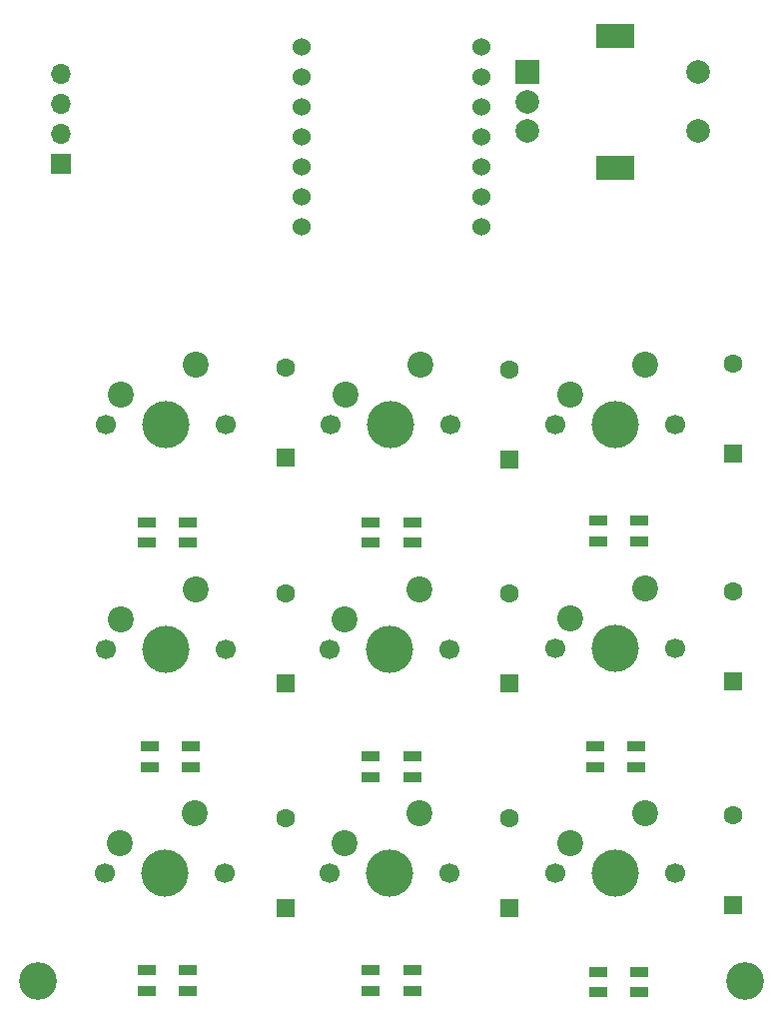
<source format=gbr>
%TF.GenerationSoftware,KiCad,Pcbnew,9.0.7*%
%TF.CreationDate,2026-02-07T03:47:48-05:00*%
%TF.ProjectId,Keypad,4b657970-6164-42e6-9b69-6361645f7063,rev?*%
%TF.SameCoordinates,Original*%
%TF.FileFunction,Soldermask,Top*%
%TF.FilePolarity,Negative*%
%FSLAX46Y46*%
G04 Gerber Fmt 4.6, Leading zero omitted, Abs format (unit mm)*
G04 Created by KiCad (PCBNEW 9.0.7) date 2026-02-07 03:47:48*
%MOMM*%
%LPD*%
G01*
G04 APERTURE LIST*
G04 Aperture macros list*
%AMRoundRect*
0 Rectangle with rounded corners*
0 $1 Rounding radius*
0 $2 $3 $4 $5 $6 $7 $8 $9 X,Y pos of 4 corners*
0 Add a 4 corners polygon primitive as box body*
4,1,4,$2,$3,$4,$5,$6,$7,$8,$9,$2,$3,0*
0 Add four circle primitives for the rounded corners*
1,1,$1+$1,$2,$3*
1,1,$1+$1,$4,$5*
1,1,$1+$1,$6,$7*
1,1,$1+$1,$8,$9*
0 Add four rect primitives between the rounded corners*
20,1,$1+$1,$2,$3,$4,$5,0*
20,1,$1+$1,$4,$5,$6,$7,0*
20,1,$1+$1,$6,$7,$8,$9,0*
20,1,$1+$1,$8,$9,$2,$3,0*%
G04 Aperture macros list end*
%ADD10C,1.700000*%
%ADD11C,4.000000*%
%ADD12C,2.200000*%
%ADD13C,3.200000*%
%ADD14R,1.600000X0.850000*%
%ADD15R,2.000000X2.000000*%
%ADD16C,2.000000*%
%ADD17R,3.200000X2.000000*%
%ADD18RoundRect,0.250000X0.550000X-0.550000X0.550000X0.550000X-0.550000X0.550000X-0.550000X-0.550000X0*%
%ADD19C,1.600000*%
%ADD20R,1.700000X1.700000*%
%ADD21O,1.700000X1.700000*%
%ADD22C,1.524000*%
G04 APERTURE END LIST*
D10*
%TO.C,SW5*%
X140780000Y-101880000D03*
D11*
X145860000Y-101880000D03*
D10*
X150940000Y-101880000D03*
D12*
X148400000Y-96800000D03*
X142050000Y-99340000D03*
%TD*%
D13*
%TO.C,REF\u002A\u002A*%
X116000000Y-130000000D03*
%TD*%
D14*
%TO.C,LED9*%
X167000000Y-131000000D03*
X167000000Y-129250000D03*
X163500000Y-129250000D03*
X163500000Y-131000000D03*
%TD*%
D10*
%TO.C,SW4*%
X140850000Y-82840000D03*
D11*
X145930000Y-82840000D03*
D10*
X151010000Y-82840000D03*
D12*
X148470000Y-77760000D03*
X142120000Y-80300000D03*
%TD*%
D14*
%TO.C,LED2*%
X129000000Y-111875000D03*
X129000000Y-110125000D03*
X125500000Y-110125000D03*
X125500000Y-111875000D03*
%TD*%
D10*
%TO.C,SW3*%
X121750000Y-120910000D03*
D11*
X126830000Y-120910000D03*
D10*
X131910000Y-120910000D03*
D12*
X129370000Y-115830000D03*
X123020000Y-118370000D03*
%TD*%
D14*
%TO.C,LED4*%
X144250000Y-129125000D03*
X144250000Y-130875000D03*
X147750000Y-130875000D03*
X147750000Y-129125000D03*
%TD*%
%TO.C,LED6*%
X144250000Y-91125000D03*
X144250000Y-92875000D03*
X147750000Y-92875000D03*
X147750000Y-91125000D03*
%TD*%
D15*
%TO.C,SW0*%
X157500000Y-53000000D03*
D16*
X157500000Y-58000000D03*
X157500000Y-55500000D03*
D17*
X165000000Y-49900000D03*
X165000000Y-61100000D03*
D16*
X172000000Y-58000000D03*
X172000000Y-53000000D03*
%TD*%
D18*
%TO.C,D3*%
X137000000Y-123810000D03*
D19*
X137000000Y-116190000D03*
%TD*%
D10*
%TO.C,SW1*%
X121760000Y-82840000D03*
D11*
X126840000Y-82840000D03*
D10*
X131920000Y-82840000D03*
D12*
X129380000Y-77760000D03*
X123030000Y-80300000D03*
%TD*%
D18*
%TO.C,D9*%
X175000000Y-123620000D03*
D19*
X175000000Y-116000000D03*
%TD*%
D18*
%TO.C,D1*%
X137000000Y-85620000D03*
D19*
X137000000Y-78000000D03*
%TD*%
D18*
%TO.C,D5*%
X156000000Y-104810000D03*
D19*
X156000000Y-97190000D03*
%TD*%
D14*
%TO.C,LED3*%
X128750000Y-130875000D03*
X128750000Y-129125000D03*
X125250000Y-129125000D03*
X125250000Y-130875000D03*
%TD*%
D18*
%TO.C,D8*%
X175000000Y-104620000D03*
D19*
X175000000Y-97000000D03*
%TD*%
D10*
%TO.C,SW9*%
X159930000Y-120910000D03*
D11*
X165010000Y-120910000D03*
D10*
X170090000Y-120910000D03*
D12*
X167550000Y-115830000D03*
X161200000Y-118370000D03*
%TD*%
D20*
%TO.C,O1*%
X118000000Y-60810000D03*
D21*
X118000000Y-58270000D03*
X118000000Y-55730000D03*
X118000000Y-53190000D03*
%TD*%
D14*
%TO.C,LED1*%
X128750000Y-92875000D03*
X128750000Y-91125000D03*
X125250000Y-91125000D03*
X125250000Y-92875000D03*
%TD*%
D10*
%TO.C,SW8*%
X159900000Y-101870000D03*
D11*
X164980000Y-101870000D03*
D10*
X170060000Y-101870000D03*
D12*
X167520000Y-96790000D03*
X161170000Y-99330000D03*
%TD*%
D18*
%TO.C,D2*%
X137000000Y-104810000D03*
D19*
X137000000Y-97190000D03*
%TD*%
D14*
%TO.C,LED8*%
X166750000Y-111875000D03*
X166750000Y-110125000D03*
X163250000Y-110125000D03*
X163250000Y-111875000D03*
%TD*%
D18*
%TO.C,D7*%
X175000000Y-85300000D03*
D19*
X175000000Y-77680000D03*
%TD*%
D14*
%TO.C,LED7*%
X167000000Y-92750000D03*
X167000000Y-91000000D03*
X163500000Y-91000000D03*
X163500000Y-92750000D03*
%TD*%
D18*
%TO.C,D4*%
X156000000Y-85810000D03*
D19*
X156000000Y-78190000D03*
%TD*%
D10*
%TO.C,SW7*%
X159900000Y-82830000D03*
D11*
X164980000Y-82830000D03*
D10*
X170060000Y-82830000D03*
D12*
X167520000Y-77750000D03*
X161170000Y-80290000D03*
%TD*%
D13*
%TO.C,REF\u002A\u002A*%
X176000000Y-130000000D03*
%TD*%
D18*
%TO.C,D6*%
X156000000Y-123810000D03*
D19*
X156000000Y-116190000D03*
%TD*%
D14*
%TO.C,LED5*%
X144250000Y-111000000D03*
X144250000Y-112750000D03*
X147750000Y-112750000D03*
X147750000Y-111000000D03*
%TD*%
D10*
%TO.C,SW6*%
X140780000Y-120910000D03*
D11*
X145860000Y-120910000D03*
D10*
X150940000Y-120910000D03*
D12*
X148400000Y-115830000D03*
X142050000Y-118370000D03*
%TD*%
D10*
%TO.C,SW2*%
X121760000Y-101890000D03*
D11*
X126840000Y-101890000D03*
D10*
X131920000Y-101890000D03*
D12*
X129380000Y-96810000D03*
X123030000Y-99350000D03*
%TD*%
D22*
%TO.C,U1*%
X153620000Y-50880000D03*
X153620000Y-53420000D03*
X153620000Y-55960000D03*
X153620000Y-58500000D03*
X153620000Y-61040000D03*
X153620000Y-63580000D03*
X153620000Y-66120000D03*
X138380000Y-66120000D03*
X138380000Y-63580000D03*
X138380000Y-61040000D03*
X138380000Y-58500000D03*
X138380000Y-55960000D03*
X138380000Y-53420000D03*
X138380000Y-50880000D03*
%TD*%
M02*

</source>
